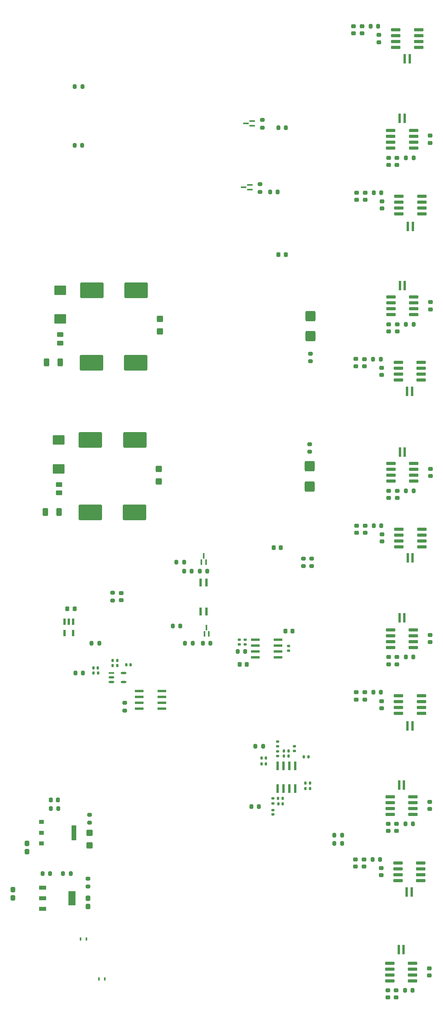
<source format=gbr>
%TF.GenerationSoftware,KiCad,Pcbnew,9.0.3*%
%TF.CreationDate,2025-09-16T13:44:48-04:00*%
%TF.ProjectId,WARM_TPC_Shaper,5741524d-5f54-4504-935f-536861706572,rev?*%
%TF.SameCoordinates,Original*%
%TF.FileFunction,Paste,Top*%
%TF.FilePolarity,Positive*%
%FSLAX46Y46*%
G04 Gerber Fmt 4.6, Leading zero omitted, Abs format (unit mm)*
G04 Created by KiCad (PCBNEW 9.0.3) date 2025-09-16 13:44:48*
%MOMM*%
%LPD*%
G01*
G04 APERTURE LIST*
G04 Aperture macros list*
%AMRoundRect*
0 Rectangle with rounded corners*
0 $1 Rounding radius*
0 $2 $3 $4 $5 $6 $7 $8 $9 X,Y pos of 4 corners*
0 Add a 4 corners polygon primitive as box body*
4,1,4,$2,$3,$4,$5,$6,$7,$8,$9,$2,$3,0*
0 Add four circle primitives for the rounded corners*
1,1,$1+$1,$2,$3*
1,1,$1+$1,$4,$5*
1,1,$1+$1,$6,$7*
1,1,$1+$1,$8,$9*
0 Add four rect primitives between the rounded corners*
20,1,$1+$1,$2,$3,$4,$5,0*
20,1,$1+$1,$4,$5,$6,$7,0*
20,1,$1+$1,$6,$7,$8,$9,0*
20,1,$1+$1,$8,$9,$2,$3,0*%
G04 Aperture macros list end*
%ADD10RoundRect,0.200000X-0.200000X-0.275000X0.200000X-0.275000X0.200000X0.275000X-0.200000X0.275000X0*%
%ADD11RoundRect,0.075000X0.910000X0.225000X-0.910000X0.225000X-0.910000X-0.225000X0.910000X-0.225000X0*%
%ADD12RoundRect,0.075000X-0.910000X-0.225000X0.910000X-0.225000X0.910000X0.225000X-0.910000X0.225000X0*%
%ADD13RoundRect,0.225000X0.250000X-0.225000X0.250000X0.225000X-0.250000X0.225000X-0.250000X-0.225000X0*%
%ADD14RoundRect,0.225000X-0.250000X0.225000X-0.250000X-0.225000X0.250000X-0.225000X0.250000X0.225000X0*%
%ADD15R,0.584200X2.159000*%
%ADD16RoundRect,0.200000X0.200000X0.275000X-0.200000X0.275000X-0.200000X-0.275000X0.200000X-0.275000X0*%
%ADD17RoundRect,0.225000X0.225000X0.250000X-0.225000X0.250000X-0.225000X-0.250000X0.225000X-0.250000X0*%
%ADD18RoundRect,0.135000X0.185000X-0.135000X0.185000X0.135000X-0.185000X0.135000X-0.185000X-0.135000X0*%
%ADD19R,0.558800X1.651000*%
%ADD20RoundRect,0.135000X-0.185000X0.135000X-0.185000X-0.135000X0.185000X-0.135000X0.185000X0.135000X0*%
%ADD21RoundRect,0.140000X-0.140000X-0.170000X0.140000X-0.170000X0.140000X0.170000X-0.140000X0.170000X0*%
%ADD22RoundRect,0.225000X-0.225000X-0.250000X0.225000X-0.250000X0.225000X0.250000X-0.225000X0.250000X0*%
%ADD23RoundRect,0.250000X-0.425000X0.450000X-0.425000X-0.450000X0.425000X-0.450000X0.425000X0.450000X0*%
%ADD24R,1.016000X0.889000*%
%ADD25R,1.000000X3.200000*%
%ADD26RoundRect,0.250000X-0.275000X0.312500X-0.275000X-0.312500X0.275000X-0.312500X0.275000X0.312500X0*%
%ADD27RoundRect,0.140000X0.140000X0.170000X-0.140000X0.170000X-0.140000X-0.170000X0.140000X-0.170000X0*%
%ADD28R,0.350800X1.161200*%
%ADD29RoundRect,0.250000X1.025000X-0.787500X1.025000X0.787500X-1.025000X0.787500X-1.025000X-0.787500X0*%
%ADD30RoundRect,0.250000X-0.312500X-0.625000X0.312500X-0.625000X0.312500X0.625000X-0.312500X0.625000X0*%
%ADD31R,1.161200X0.350800*%
%ADD32RoundRect,0.250000X0.275000X-0.312500X0.275000X0.312500X-0.275000X0.312500X-0.275000X-0.312500X0*%
%ADD33RoundRect,0.265000X0.795000X-0.860000X0.795000X0.860000X-0.795000X0.860000X-0.795000X-0.860000X0*%
%ADD34RoundRect,0.135000X0.135000X0.185000X-0.135000X0.185000X-0.135000X-0.185000X0.135000X-0.185000X0*%
%ADD35RoundRect,0.140000X0.170000X-0.140000X0.170000X0.140000X-0.170000X0.140000X-0.170000X-0.140000X0*%
%ADD36R,0.444500X0.711200*%
%ADD37RoundRect,0.200000X0.275000X-0.200000X0.275000X0.200000X-0.275000X0.200000X-0.275000X-0.200000X0*%
%ADD38RoundRect,0.250000X0.450000X-0.262500X0.450000X0.262500X-0.450000X0.262500X-0.450000X-0.262500X0*%
%ADD39R,1.600200X0.838200*%
%ADD40R,1.600200X3.048000*%
%ADD41R,1.981200X0.558800*%
%ADD42RoundRect,0.170000X2.330000X-1.530000X2.330000X1.530000X-2.330000X1.530000X-2.330000X-1.530000X0*%
%ADD43RoundRect,0.250000X0.425000X-0.450000X0.425000X0.450000X-0.425000X0.450000X-0.425000X-0.450000X0*%
%ADD44RoundRect,0.140000X-0.170000X0.140000X-0.170000X-0.140000X0.170000X-0.140000X0.170000X0.140000X0*%
%ADD45RoundRect,0.200000X-0.275000X0.200000X-0.275000X-0.200000X0.275000X-0.200000X0.275000X0.200000X0*%
%ADD46R,0.558800X1.473200*%
%ADD47R,1.219200X0.457200*%
%ADD48O,1.219200X0.457200*%
%ADD49R,0.558800X1.981200*%
G04 APERTURE END LIST*
D10*
%TO.C,R68*%
X181365000Y-200600000D03*
X183015000Y-200600000D03*
%TD*%
D11*
%TO.C,U7*%
X217398000Y-157494999D03*
X217398000Y-156224999D03*
X217398000Y-154954999D03*
X217398000Y-153684999D03*
X212458000Y-153684999D03*
X212458000Y-154954999D03*
X212458000Y-156224999D03*
X212458000Y-157494999D03*
%TD*%
D12*
%TO.C,U12*%
X210700000Y-139529999D03*
X210700000Y-140799999D03*
X210700000Y-142069999D03*
X210700000Y-143339999D03*
X215640000Y-143339999D03*
X215640000Y-142069999D03*
X215640000Y-140799999D03*
X215640000Y-139529999D03*
%TD*%
D13*
%TO.C,C27*%
X202590000Y-46555000D03*
X202590000Y-45005000D03*
%TD*%
D14*
%TO.C,C25*%
X208120000Y-46894999D03*
X208120000Y-48444999D03*
%TD*%
D15*
%TO.C,R11*%
X215213400Y-232124999D03*
X214146600Y-232124999D03*
%TD*%
D16*
%TO.C,R18*%
X208555000Y-188975000D03*
X206905000Y-188975000D03*
%TD*%
D17*
%TO.C,C75*%
X142215000Y-170860000D03*
X140665000Y-170860000D03*
%TD*%
D18*
%TO.C,R33*%
X188530000Y-179960000D03*
X188530000Y-178940000D03*
%TD*%
D16*
%TO.C,R25*%
X215405000Y-253369999D03*
X213755000Y-253369999D03*
%TD*%
D19*
%TO.C,Q1*%
X169525000Y-171484200D03*
X170795000Y-171484200D03*
X170795000Y-165235800D03*
X169525000Y-165235800D03*
%TD*%
D20*
%TO.C,R65*%
X189850000Y-200580000D03*
X189850000Y-201600000D03*
%TD*%
D13*
%TO.C,C35*%
X205118000Y-154485000D03*
X205118000Y-152935000D03*
%TD*%
D21*
%TO.C,C74*%
X153375476Y-182990000D03*
X154335476Y-182990000D03*
%TD*%
D22*
%TO.C,C17*%
X185341000Y-157730000D03*
X186891000Y-157730000D03*
%TD*%
D10*
%TO.C,R69*%
X166125000Y-178340000D03*
X167775000Y-178340000D03*
%TD*%
D16*
%TO.C,R73*%
X165925000Y-160850000D03*
X164275000Y-160850000D03*
%TD*%
D10*
%TO.C,R56*%
X135295000Y-228110000D03*
X136945000Y-228110000D03*
%TD*%
D16*
%TO.C,R20*%
X215605000Y-73414999D03*
X213955000Y-73414999D03*
%TD*%
D23*
%TO.C,C20*%
X145420000Y-219300000D03*
X145420000Y-222000000D03*
%TD*%
D10*
%TO.C,R54*%
X137065000Y-214050000D03*
X138715000Y-214050000D03*
%TD*%
D15*
%TO.C,R6*%
X213713400Y-137014999D03*
X212646600Y-137014999D03*
%TD*%
D16*
%TO.C,R24*%
X215485000Y-217379999D03*
X213835000Y-217379999D03*
%TD*%
D10*
%TO.C,R57*%
X139730000Y-228110000D03*
X141380000Y-228110000D03*
%TD*%
D13*
%TO.C,C42*%
X203050000Y-226610000D03*
X203050000Y-225060000D03*
%TD*%
D21*
%TO.C,C24*%
X192210000Y-208600000D03*
X193170000Y-208600000D03*
%TD*%
D24*
%TO.C,U3*%
X135067500Y-216990100D03*
X135067500Y-219301500D03*
X135067500Y-221612900D03*
D25*
X142060000Y-219301500D03*
%TD*%
D15*
%TO.C,R7*%
X215433400Y-159894999D03*
X214366600Y-159894999D03*
%TD*%
D26*
%TO.C,C21*%
X128880000Y-231625000D03*
X128880000Y-233400000D03*
%TD*%
D16*
%TO.C,R61*%
X200135000Y-219840000D03*
X198485000Y-219840000D03*
%TD*%
D20*
%TO.C,R26*%
X177920000Y-177610000D03*
X177920000Y-178630000D03*
%TD*%
D16*
%TO.C,R23*%
X215565000Y-181349999D03*
X213915000Y-181349999D03*
%TD*%
D18*
%TO.C,R62*%
X185140000Y-212940000D03*
X185140000Y-211920000D03*
%TD*%
D27*
%TO.C,C63*%
X187280000Y-213050000D03*
X186320000Y-213050000D03*
%TD*%
D18*
%TO.C,R13*%
X179120000Y-178630000D03*
X179120000Y-177610000D03*
%TD*%
D16*
%TO.C,R29*%
X186225000Y-80790000D03*
X184575000Y-80790000D03*
%TD*%
D14*
%TO.C,C37*%
X208730000Y-190839999D03*
X208730000Y-192389999D03*
%TD*%
D12*
%TO.C,U15*%
X210470000Y-247489999D03*
X210470000Y-248759999D03*
X210470000Y-250029999D03*
X210470000Y-251299999D03*
X215410000Y-251299999D03*
X215410000Y-250029999D03*
X215410000Y-248759999D03*
X215410000Y-247489999D03*
%TD*%
D16*
%TO.C,R16*%
X208505000Y-116945000D03*
X206855000Y-116945000D03*
%TD*%
D13*
%TO.C,C54*%
X210190000Y-182894999D03*
X210190000Y-181344999D03*
%TD*%
D12*
%TO.C,U11*%
X210700000Y-103529999D03*
X210700000Y-104799999D03*
X210700000Y-106069999D03*
X210700000Y-107339999D03*
X215640000Y-107339999D03*
X215640000Y-106069999D03*
X215640000Y-104799999D03*
X215640000Y-103529999D03*
%TD*%
D13*
%TO.C,C36*%
X203278000Y-154475000D03*
X203278000Y-152925000D03*
%TD*%
D28*
%TO.C,M6*%
X169660001Y-160825000D03*
X170659999Y-160825000D03*
X170160000Y-159475000D03*
%TD*%
D29*
%TO.C,C1*%
X139067500Y-108257500D03*
X139067500Y-102032500D03*
%TD*%
D20*
%TO.C,R67*%
X186180000Y-201720000D03*
X186180000Y-202740000D03*
%TD*%
D16*
%TO.C,R22*%
X215635000Y-145409999D03*
X213985000Y-145409999D03*
%TD*%
D30*
%TO.C,F5*%
X135902500Y-149995000D03*
X138827500Y-149995000D03*
%TD*%
D14*
%TO.C,C76*%
X152350000Y-167485000D03*
X152350000Y-169035000D03*
%TD*%
D13*
%TO.C,C30*%
X203280000Y-82505000D03*
X203280000Y-80955000D03*
%TD*%
D17*
%TO.C,C62*%
X179485000Y-182880000D03*
X177935000Y-182880000D03*
%TD*%
D31*
%TO.C,M2*%
X180717000Y-66493999D03*
X180717000Y-65494001D03*
X179367000Y-65994000D03*
%TD*%
D32*
%TO.C,C22*%
X145130000Y-235227500D03*
X145130000Y-233452500D03*
%TD*%
D10*
%TO.C,R27*%
X177525000Y-180100000D03*
X179175000Y-180100000D03*
%TD*%
D15*
%TO.C,R3*%
X215453400Y-88294999D03*
X214386600Y-88294999D03*
%TD*%
D27*
%TO.C,C72*%
X151435476Y-182050000D03*
X150475476Y-182050000D03*
%TD*%
D13*
%TO.C,C60*%
X210030000Y-254914999D03*
X210030000Y-253364999D03*
%TD*%
%TO.C,C47*%
X212050000Y-110964999D03*
X212050000Y-109414999D03*
%TD*%
D33*
%TO.C,D3*%
X193147500Y-140120000D03*
X193147500Y-144490000D03*
%TD*%
D10*
%TO.C,R72*%
X165935000Y-162810000D03*
X167585000Y-162810000D03*
%TD*%
D34*
%TO.C,R64*%
X188560000Y-202740000D03*
X187540000Y-202740000D03*
%TD*%
D13*
%TO.C,C33*%
X203150000Y-118470000D03*
X203150000Y-116920000D03*
%TD*%
D16*
%TO.C,R19*%
X208405000Y-225085000D03*
X206755000Y-225085000D03*
%TD*%
D11*
%TO.C,U8*%
X217320000Y-193519999D03*
X217320000Y-192249999D03*
X217320000Y-190979999D03*
X217320000Y-189709999D03*
X212380000Y-189709999D03*
X212380000Y-190979999D03*
X212380000Y-192249999D03*
X212380000Y-193519999D03*
%TD*%
D27*
%TO.C,C70*%
X183680000Y-204410000D03*
X182720000Y-204410000D03*
%TD*%
%TO.C,C73*%
X147255476Y-183690000D03*
X146295476Y-183690000D03*
%TD*%
D16*
%TO.C,R34*%
X187975000Y-66960000D03*
X186325000Y-66960000D03*
%TD*%
D28*
%TO.C,M5*%
X170310001Y-176285000D03*
X171309999Y-176285000D03*
X170810000Y-174935000D03*
%TD*%
D11*
%TO.C,U9*%
X217170000Y-229629999D03*
X217170000Y-228359999D03*
X217170000Y-227089999D03*
X217170000Y-225819999D03*
X212230000Y-225819999D03*
X212230000Y-227089999D03*
X212230000Y-228359999D03*
X212230000Y-229629999D03*
%TD*%
D13*
%TO.C,C46*%
X219270000Y-106194999D03*
X219270000Y-104644999D03*
%TD*%
%TO.C,C50*%
X212050000Y-146964999D03*
X212050000Y-145414999D03*
%TD*%
D27*
%TO.C,C71*%
X183670000Y-203180000D03*
X182710000Y-203180000D03*
%TD*%
D12*
%TO.C,U14*%
X210550000Y-211499999D03*
X210550000Y-212769999D03*
X210550000Y-214039999D03*
X210550000Y-215309999D03*
X215490000Y-215309999D03*
X215490000Y-214039999D03*
X215490000Y-212769999D03*
X215490000Y-211499999D03*
%TD*%
%TO.C,U13*%
X210630000Y-175469999D03*
X210630000Y-176739999D03*
X210630000Y-178009999D03*
X210630000Y-179279999D03*
X215570000Y-179279999D03*
X215570000Y-178009999D03*
X215570000Y-176739999D03*
X215570000Y-175469999D03*
%TD*%
D34*
%TO.C,R78*%
X147285476Y-184800000D03*
X146265476Y-184800000D03*
%TD*%
D13*
%TO.C,C29*%
X205120000Y-82515000D03*
X205120000Y-80965000D03*
%TD*%
D31*
%TO.C,M1*%
X180140000Y-80329998D03*
X180140000Y-79330000D03*
X178790000Y-79829999D03*
%TD*%
D35*
%TO.C,C64*%
X185140000Y-215360000D03*
X185140000Y-214400000D03*
%TD*%
D11*
%TO.C,U4*%
X216710000Y-49574999D03*
X216710000Y-48304999D03*
X216710000Y-47034999D03*
X216710000Y-45764999D03*
X211770000Y-45764999D03*
X211770000Y-47034999D03*
X211770000Y-48304999D03*
X211770000Y-49574999D03*
%TD*%
D15*
%TO.C,R4*%
X213713400Y-101034999D03*
X212646600Y-101034999D03*
%TD*%
D36*
%TO.C,LED2*%
X143486200Y-242255000D03*
X144743500Y-242255000D03*
%TD*%
D15*
%TO.C,R1*%
X214783400Y-52054999D03*
X213716600Y-52054999D03*
%TD*%
D13*
%TO.C,C53*%
X211980000Y-182904999D03*
X211980000Y-181354999D03*
%TD*%
%TO.C,C38*%
X205040000Y-190510000D03*
X205040000Y-188960000D03*
%TD*%
D37*
%TO.C,R55*%
X145420000Y-217100000D03*
X145420000Y-215450000D03*
%TD*%
D13*
%TO.C,C56*%
X211900000Y-218934999D03*
X211900000Y-217384999D03*
%TD*%
D33*
%TO.C,D2*%
X193257500Y-107640000D03*
X193257500Y-112010000D03*
%TD*%
D13*
%TO.C,C58*%
X219040000Y-250154999D03*
X219040000Y-248604999D03*
%TD*%
%TO.C,C55*%
X219120000Y-214164999D03*
X219120000Y-212614999D03*
%TD*%
D10*
%TO.C,R77*%
X145900000Y-178380000D03*
X147550000Y-178380000D03*
%TD*%
D34*
%TO.C,R66*%
X192880000Y-202930000D03*
X191860000Y-202930000D03*
%TD*%
D38*
%TO.C,R48*%
X138815000Y-145847500D03*
X138815000Y-144022500D03*
%TD*%
D15*
%TO.C,R9*%
X215373400Y-196174999D03*
X214306600Y-196174999D03*
%TD*%
D13*
%TO.C,C51*%
X210260000Y-146954999D03*
X210260000Y-145404999D03*
%TD*%
D39*
%TO.C,U19*%
X135259600Y-231150000D03*
X135259600Y-233450000D03*
X135259600Y-235750000D03*
D40*
X141660400Y-233450000D03*
%TD*%
D37*
%TO.C,R46*%
X193157500Y-136955000D03*
X193157500Y-135305000D03*
%TD*%
D26*
%TO.C,C18*%
X131900000Y-221612500D03*
X131900000Y-223387500D03*
%TD*%
D41*
%TO.C,U20*%
X156191676Y-188715000D03*
X156191676Y-189985000D03*
X156191676Y-191255000D03*
X156191676Y-192525000D03*
X161119276Y-192525000D03*
X161119276Y-191255000D03*
X161119276Y-189985000D03*
X161119276Y-188715000D03*
%TD*%
D14*
%TO.C,C28*%
X208810000Y-82844999D03*
X208810000Y-84394999D03*
%TD*%
D10*
%TO.C,R63*%
X180495000Y-213660000D03*
X182145000Y-213660000D03*
%TD*%
D42*
%TO.C,L9*%
X145615000Y-150086000D03*
X155215000Y-150086000D03*
%TD*%
D43*
%TO.C,C67*%
X160417500Y-143347500D03*
X160417500Y-140647500D03*
%TD*%
D37*
%TO.C,R28*%
X150460000Y-169095000D03*
X150460000Y-167445000D03*
%TD*%
D13*
%TO.C,C52*%
X219200000Y-178134999D03*
X219200000Y-176584999D03*
%TD*%
D44*
%TO.C,C69*%
X186180000Y-199630000D03*
X186180000Y-200590000D03*
%TD*%
D11*
%TO.C,U6*%
X217270000Y-121489999D03*
X217270000Y-120219999D03*
X217270000Y-118949999D03*
X217270000Y-117679999D03*
X212330000Y-117679999D03*
X212330000Y-118949999D03*
X212330000Y-120219999D03*
X212330000Y-121489999D03*
%TD*%
D13*
%TO.C,C57*%
X210110000Y-218924999D03*
X210110000Y-217374999D03*
%TD*%
D45*
%TO.C,R37*%
X191800000Y-160045000D03*
X191800000Y-161695000D03*
%TD*%
D14*
%TO.C,C40*%
X208580000Y-226949999D03*
X208580000Y-228499999D03*
%TD*%
D46*
%TO.C,U21*%
X141920000Y-173722400D03*
X140969999Y-173722400D03*
X140019998Y-173722400D03*
X140019998Y-176110000D03*
X141920000Y-176110000D03*
%TD*%
D13*
%TO.C,C26*%
X204430000Y-46565000D03*
X204430000Y-45015000D03*
%TD*%
%TO.C,C32*%
X204990000Y-118480000D03*
X204990000Y-116930000D03*
%TD*%
D45*
%TO.C,R58*%
X145140000Y-229265000D03*
X145140000Y-230915000D03*
%TD*%
D16*
%TO.C,R31*%
X143855000Y-70700000D03*
X142205000Y-70700000D03*
%TD*%
%TO.C,R21*%
X215635000Y-109409999D03*
X213985000Y-109409999D03*
%TD*%
D22*
%TO.C,C19*%
X137085000Y-212190000D03*
X138635000Y-212190000D03*
%TD*%
D42*
%TO.C,L10*%
X145655000Y-134426000D03*
X155255000Y-134426000D03*
%TD*%
D16*
%TO.C,R15*%
X208635000Y-80980000D03*
X206985000Y-80980000D03*
%TD*%
D15*
%TO.C,R8*%
X213633400Y-172814999D03*
X212566600Y-172814999D03*
%TD*%
%TO.C,R5*%
X215313400Y-123934999D03*
X214246600Y-123934999D03*
%TD*%
D13*
%TO.C,C39*%
X203200000Y-190500000D03*
X203200000Y-188950000D03*
%TD*%
D37*
%TO.C,R38*%
X193580000Y-161685000D03*
X193580000Y-160035000D03*
%TD*%
D45*
%TO.C,R75*%
X153075476Y-191245000D03*
X153075476Y-192895000D03*
%TD*%
D14*
%TO.C,C31*%
X208680000Y-118809999D03*
X208680000Y-120359999D03*
%TD*%
D12*
%TO.C,U10*%
X210670000Y-67534999D03*
X210670000Y-68804999D03*
X210670000Y-70074999D03*
X210670000Y-71344999D03*
X215610000Y-71344999D03*
X215610000Y-70074999D03*
X215610000Y-68804999D03*
X215610000Y-67534999D03*
%TD*%
D27*
%TO.C,C68*%
X188520000Y-201600000D03*
X187560000Y-201600000D03*
%TD*%
D17*
%TO.C,C16*%
X187921000Y-94380000D03*
X186371000Y-94380000D03*
%TD*%
D10*
%TO.C,R70*%
X169985000Y-178340000D03*
X171635000Y-178340000D03*
%TD*%
D41*
%TO.C,U17*%
X181376200Y-177555000D03*
X181376200Y-178825000D03*
X181376200Y-180095000D03*
X181376200Y-181365000D03*
X186303800Y-181365000D03*
X186303800Y-180095000D03*
X186303800Y-178825000D03*
X186303800Y-177555000D03*
%TD*%
D15*
%TO.C,R10*%
X213553400Y-209024999D03*
X212486600Y-209024999D03*
%TD*%
D45*
%TO.C,R30*%
X182390000Y-79125000D03*
X182390000Y-80775000D03*
%TD*%
D22*
%TO.C,C61*%
X187845000Y-175700000D03*
X189395000Y-175700000D03*
%TD*%
D47*
%TO.C,U22*%
X150175476Y-184799998D03*
D48*
X150175476Y-185749999D03*
X150175476Y-186700000D03*
X152795476Y-186700000D03*
X152795476Y-184799998D03*
%TD*%
D13*
%TO.C,C44*%
X212020000Y-74969999D03*
X212020000Y-73419999D03*
%TD*%
D36*
%TO.C,LED1*%
X147477549Y-250914999D03*
X148734849Y-250914999D03*
%TD*%
D42*
%TO.C,L1*%
X145887500Y-117696000D03*
X155487500Y-117696000D03*
%TD*%
D45*
%TO.C,R35*%
X182850000Y-65275000D03*
X182850000Y-66925000D03*
%TD*%
D38*
%TO.C,R47*%
X139087500Y-113457500D03*
X139087500Y-111632500D03*
%TD*%
D16*
%TO.C,R14*%
X207945000Y-45030000D03*
X206295000Y-45030000D03*
%TD*%
%TO.C,R79*%
X144060476Y-184800000D03*
X142410476Y-184800000D03*
%TD*%
D15*
%TO.C,R2*%
X213658400Y-64909999D03*
X212591600Y-64909999D03*
%TD*%
D42*
%TO.C,L2*%
X145927500Y-102036000D03*
X155527500Y-102036000D03*
%TD*%
D15*
%TO.C,R12*%
X213463400Y-244564999D03*
X212396600Y-244564999D03*
%TD*%
D30*
%TO.C,F1*%
X136175000Y-117605000D03*
X139100000Y-117605000D03*
%TD*%
D13*
%TO.C,C45*%
X210230000Y-74959999D03*
X210230000Y-73409999D03*
%TD*%
D34*
%TO.C,R59*%
X187300000Y-211920000D03*
X186280000Y-211920000D03*
%TD*%
D49*
%TO.C,U18*%
X186145000Y-209793800D03*
X187415000Y-209793800D03*
X188685000Y-209793800D03*
X189955000Y-209793800D03*
X189955000Y-204866200D03*
X188685000Y-204866200D03*
X187415000Y-204866200D03*
X186145000Y-204866200D03*
%TD*%
D10*
%TO.C,R71*%
X163455000Y-174650000D03*
X165105000Y-174650000D03*
%TD*%
D16*
%TO.C,R17*%
X208633000Y-152950000D03*
X206983000Y-152950000D03*
%TD*%
D34*
%TO.C,R76*%
X151485476Y-183180000D03*
X150465476Y-183180000D03*
%TD*%
D10*
%TO.C,R74*%
X169335000Y-162810000D03*
X170985000Y-162810000D03*
%TD*%
D13*
%TO.C,C41*%
X204890000Y-226620000D03*
X204890000Y-225070000D03*
%TD*%
D10*
%TO.C,R60*%
X198485000Y-221620000D03*
X200135000Y-221620000D03*
%TD*%
D43*
%TO.C,C65*%
X160690000Y-110957500D03*
X160690000Y-108257500D03*
%TD*%
D13*
%TO.C,C48*%
X210260000Y-110954999D03*
X210260000Y-109404999D03*
%TD*%
%TO.C,C59*%
X211820000Y-254924999D03*
X211820000Y-253374999D03*
%TD*%
%TO.C,C49*%
X219270000Y-142194999D03*
X219270000Y-140644999D03*
%TD*%
D14*
%TO.C,C34*%
X208808000Y-154814999D03*
X208808000Y-156364999D03*
%TD*%
D29*
%TO.C,C66*%
X138795000Y-140647500D03*
X138795000Y-134422500D03*
%TD*%
D11*
%TO.C,U5*%
X217400000Y-85524999D03*
X217400000Y-84254999D03*
X217400000Y-82984999D03*
X217400000Y-81714999D03*
X212460000Y-81714999D03*
X212460000Y-82984999D03*
X212460000Y-84254999D03*
X212460000Y-85524999D03*
%TD*%
D16*
%TO.C,R36*%
X143915000Y-58060000D03*
X142265000Y-58060000D03*
%TD*%
D21*
%TO.C,C23*%
X192210000Y-209800000D03*
X193170000Y-209800000D03*
%TD*%
D13*
%TO.C,C43*%
X219240000Y-70199999D03*
X219240000Y-68649999D03*
%TD*%
D45*
%TO.C,R45*%
X193277500Y-115750000D03*
X193277500Y-117400000D03*
%TD*%
M02*

</source>
